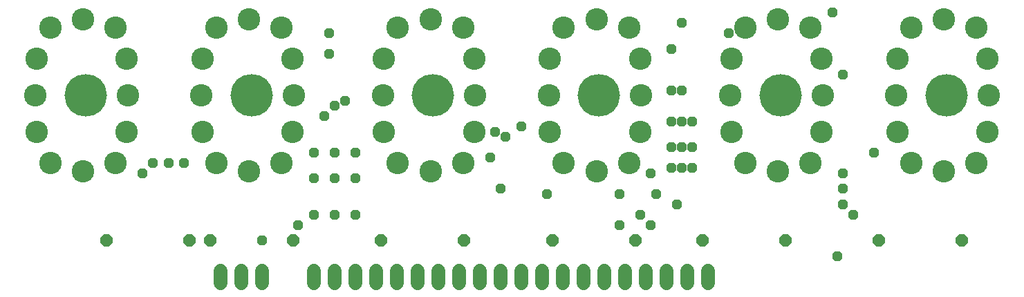
<source format=gbs>
G75*
%MOIN*%
%OFA0B0*%
%FSLAX25Y25*%
%IPPOS*%
%LPD*%
%AMOC8*
5,1,8,0,0,1.08239X$1,22.5*
%
%ADD10C,0.06800*%
%ADD11C,0.10800*%
%ADD12C,0.20485*%
%ADD13OC8,0.06000*%
%ADD14OC8,0.04762*%
D10*
X0111000Y0008000D02*
X0111000Y0014000D01*
X0121000Y0014000D02*
X0121000Y0008000D01*
X0131000Y0008000D02*
X0131000Y0014000D01*
X0156000Y0014000D02*
X0156000Y0008000D01*
X0166000Y0008000D02*
X0166000Y0014000D01*
X0176000Y0014000D02*
X0176000Y0008000D01*
X0186000Y0008000D02*
X0186000Y0014000D01*
X0196000Y0014000D02*
X0196000Y0008000D01*
X0206000Y0008000D02*
X0206000Y0014000D01*
X0216000Y0014000D02*
X0216000Y0008000D01*
X0226000Y0008000D02*
X0226000Y0014000D01*
X0236000Y0014000D02*
X0236000Y0008000D01*
X0246000Y0008000D02*
X0246000Y0014000D01*
X0256000Y0014000D02*
X0256000Y0008000D01*
X0266000Y0008000D02*
X0266000Y0014000D01*
X0276000Y0014000D02*
X0276000Y0008000D01*
X0286000Y0008000D02*
X0286000Y0014000D01*
X0296000Y0014000D02*
X0296000Y0008000D01*
X0306000Y0008000D02*
X0306000Y0014000D01*
X0316000Y0014000D02*
X0316000Y0008000D01*
X0326000Y0008000D02*
X0326000Y0014000D01*
X0336000Y0014000D02*
X0336000Y0008000D01*
X0346000Y0008000D02*
X0346000Y0014000D01*
D11*
X0379750Y0061817D03*
X0364002Y0065754D03*
X0395498Y0065754D03*
X0400872Y0080783D03*
X0437378Y0080783D03*
X0480872Y0080783D03*
X0475498Y0065754D03*
X0459750Y0061817D03*
X0444002Y0065754D03*
X0357378Y0080783D03*
X0313372Y0080783D03*
X0307998Y0065754D03*
X0292250Y0061817D03*
X0276502Y0065754D03*
X0269878Y0080783D03*
X0233372Y0080783D03*
X0227998Y0065754D03*
X0212250Y0061817D03*
X0196502Y0065754D03*
X0189878Y0080783D03*
X0145872Y0080783D03*
X0140498Y0065754D03*
X0124750Y0061817D03*
X0109002Y0065754D03*
X0102378Y0080783D03*
X0065872Y0080783D03*
X0060498Y0065754D03*
X0044750Y0061817D03*
X0029002Y0065754D03*
X0022378Y0080783D03*
X0021878Y0098500D03*
X0066372Y0098500D03*
X0101878Y0098500D03*
X0146372Y0098500D03*
X0189378Y0098500D03*
X0233872Y0098500D03*
X0269378Y0098500D03*
X0313872Y0098500D03*
X0356878Y0098500D03*
X0401372Y0098500D03*
X0436878Y0098500D03*
X0481372Y0098500D03*
X0480872Y0116217D03*
X0437378Y0116217D03*
X0400872Y0116217D03*
X0357378Y0116217D03*
X0364002Y0131246D03*
X0379750Y0135183D03*
X0395498Y0131246D03*
X0444002Y0131246D03*
X0459750Y0135183D03*
X0475498Y0131246D03*
X0313372Y0116217D03*
X0307998Y0131246D03*
X0292250Y0135183D03*
X0276502Y0131246D03*
X0269878Y0116217D03*
X0233372Y0116217D03*
X0227998Y0131246D03*
X0212250Y0135183D03*
X0196502Y0131246D03*
X0189878Y0116217D03*
X0145872Y0116217D03*
X0140498Y0131246D03*
X0124750Y0135183D03*
X0109002Y0131246D03*
X0102378Y0116217D03*
X0065872Y0116217D03*
X0060498Y0131246D03*
X0044750Y0135183D03*
X0029002Y0131246D03*
X0022378Y0116217D03*
D12*
X0046000Y0098500D03*
X0126000Y0098500D03*
X0213500Y0098500D03*
X0293500Y0098500D03*
X0381000Y0098500D03*
X0461000Y0098500D03*
D13*
X0056000Y0028500D03*
X0096000Y0028500D03*
X0106000Y0028500D03*
X0146000Y0028500D03*
X0188500Y0028500D03*
X0228500Y0028500D03*
X0271000Y0028500D03*
X0311000Y0028500D03*
X0343500Y0028500D03*
X0383500Y0028500D03*
X0428500Y0028500D03*
X0468500Y0028500D03*
D14*
X0416000Y0041000D03*
X0411000Y0046000D03*
X0411000Y0053500D03*
X0411000Y0061000D03*
X0426000Y0071000D03*
X0338500Y0073500D03*
X0333500Y0073500D03*
X0328500Y0073500D03*
X0328500Y0063500D03*
X0333500Y0063500D03*
X0338500Y0063500D03*
X0318500Y0061000D03*
X0321000Y0051000D03*
X0331000Y0046000D03*
X0313500Y0041000D03*
X0318500Y0036000D03*
X0303500Y0036000D03*
X0303500Y0051000D03*
X0268500Y0051000D03*
X0246000Y0053500D03*
X0241000Y0068500D03*
X0248500Y0078500D03*
X0243500Y0081000D03*
X0256000Y0083500D03*
X0328500Y0086000D03*
X0333500Y0086000D03*
X0338500Y0086000D03*
X0333500Y0101000D03*
X0328500Y0101000D03*
X0328500Y0121000D03*
X0356000Y0128500D03*
X0333500Y0133500D03*
X0406000Y0138500D03*
X0411000Y0108500D03*
X0176000Y0071000D03*
X0166000Y0071000D03*
X0156000Y0071000D03*
X0156000Y0058500D03*
X0166000Y0058500D03*
X0176000Y0058500D03*
X0176000Y0041000D03*
X0166000Y0041000D03*
X0156000Y0041000D03*
X0148500Y0036000D03*
X0131000Y0028500D03*
X0073500Y0061000D03*
X0078500Y0066000D03*
X0086000Y0066000D03*
X0093500Y0066000D03*
X0161000Y0088500D03*
X0166000Y0093500D03*
X0171000Y0096000D03*
X0163500Y0118500D03*
X0163500Y0128500D03*
X0408500Y0021000D03*
M02*

</source>
